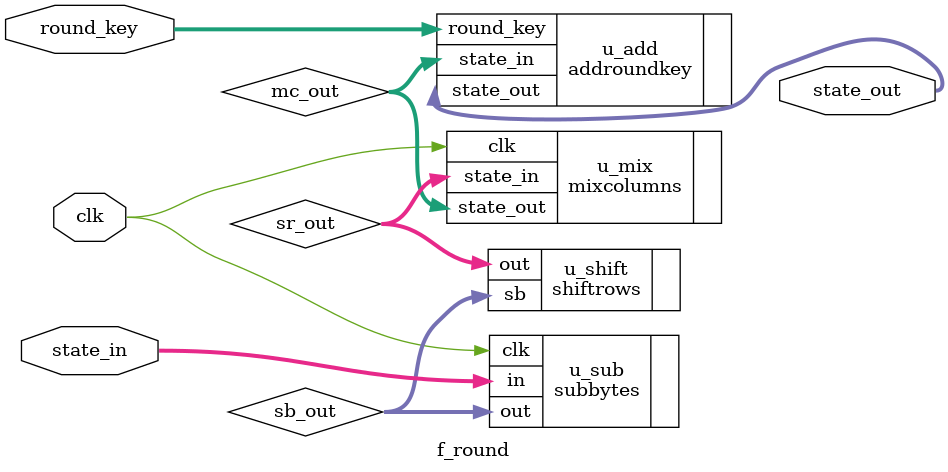
<source format=v>
`timescale 1ns / 1ps

module f_round(
    input  wire         clk,
    input  wire [127:0] state_in,
    input  wire [127:0] round_key,
    output wire [127:0] state_out
);

    // Wires nối giữa các tầng
    wire [127:0] sb_out;
    wire [127:0] sr_out;
    wire [127:0] mc_out;

    // --- SubBytes ---
    subbytes u_sub (
        .clk(clk),
        .in(state_in),
        .out(sb_out)
    );

    // --- ShiftRows ---
    shiftrows u_shift (
        .sb(sb_out),
        .out(sr_out)
    );

    // --- MixColumns ---
    mixcolumns u_mix (
        .clk(clk),
        .state_in(sr_out),
        .state_out(mc_out)
    );

    // --- AddRoundKey ---
    addroundkey u_add (
        .state_in(mc_out),
        .round_key(round_key),
        .state_out(state_out)
    );
endmodule

</source>
